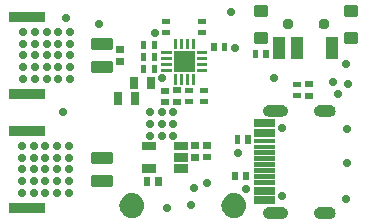
<source format=gbr>
%TF.GenerationSoftware,KiCad,Pcbnew,6.0.10-86aedd382b~118~ubuntu20.04.1*%
%TF.CreationDate,2023-02-01T15:49:50-08:00*%
%TF.ProjectId,CAD,4341442e-6b69-4636-9164-5f7063625858,rev?*%
%TF.SameCoordinates,Original*%
%TF.FileFunction,Soldermask,Top*%
%TF.FilePolarity,Negative*%
%FSLAX46Y46*%
G04 Gerber Fmt 4.6, Leading zero omitted, Abs format (unit mm)*
G04 Created by KiCad (PCBNEW 6.0.10-86aedd382b~118~ubuntu20.04.1) date 2023-02-01 15:49:50*
%MOMM*%
%LPD*%
G01*
G04 APERTURE LIST*
G04 Aperture macros list*
%AMRoundRect*
0 Rectangle with rounded corners*
0 $1 Rounding radius*
0 $2 $3 $4 $5 $6 $7 $8 $9 X,Y pos of 4 corners*
0 Add a 4 corners polygon primitive as box body*
4,1,4,$2,$3,$4,$5,$6,$7,$8,$9,$2,$3,0*
0 Add four circle primitives for the rounded corners*
1,1,$1+$1,$2,$3*
1,1,$1+$1,$4,$5*
1,1,$1+$1,$6,$7*
1,1,$1+$1,$8,$9*
0 Add four rect primitives between the rounded corners*
20,1,$1+$1,$2,$3,$4,$5,0*
20,1,$1+$1,$4,$5,$6,$7,0*
20,1,$1+$1,$6,$7,$8,$9,0*
20,1,$1+$1,$8,$9,$2,$3,0*%
G04 Aperture macros list end*
%ADD10RoundRect,0.051000X0.850000X-0.450000X0.850000X0.450000X-0.850000X0.450000X-0.850000X-0.450000X0*%
%ADD11RoundRect,0.051000X1.500000X-0.400000X1.500000X0.400000X-1.500000X0.400000X-1.500000X-0.400000X0*%
%ADD12C,0.951987*%
%ADD13RoundRect,0.051000X0.450000X0.900000X-0.450000X0.900000X-0.450000X-0.900000X0.450000X-0.900000X0*%
%ADD14RoundRect,0.051000X0.550000X0.464998X-0.550000X0.464998X-0.550000X-0.464998X0.550000X-0.464998X0*%
%ADD15C,0.712000*%
%ADD16C,0.702000*%
G04 APERTURE END LIST*
%TO.C,C2*%
G36*
X76550000Y-160552889D02*
G01*
X75850000Y-160552889D01*
X75850000Y-159995111D01*
X76550000Y-159995111D01*
X76550000Y-160552889D01*
G37*
G36*
X76550000Y-161550111D02*
G01*
X75850000Y-161550111D01*
X75850000Y-160992333D01*
X76550000Y-160992333D01*
X76550000Y-161550111D01*
G37*
%TO.C,*%
G36*
X70054845Y-164324175D02*
G01*
X70251818Y-164383926D01*
X70433349Y-164480957D01*
X70592462Y-164611538D01*
X70723043Y-164770651D01*
X70820074Y-164952182D01*
X70879825Y-165149155D01*
X70900000Y-165354000D01*
X70879825Y-165558845D01*
X70820074Y-165755818D01*
X70723043Y-165937349D01*
X70592462Y-166096462D01*
X70433349Y-166227043D01*
X70251818Y-166324074D01*
X70054845Y-166383825D01*
X69850000Y-166404000D01*
X69645155Y-166383825D01*
X69448182Y-166324074D01*
X69266651Y-166227043D01*
X69107538Y-166096462D01*
X68976957Y-165937349D01*
X68879926Y-165755818D01*
X68820175Y-165558845D01*
X68800000Y-165354000D01*
X68820175Y-165149155D01*
X68879926Y-164952182D01*
X68976957Y-164770651D01*
X69107538Y-164611538D01*
X69266651Y-164480957D01*
X69448182Y-164383926D01*
X69645155Y-164324175D01*
X69850000Y-164304000D01*
X70054845Y-164324175D01*
G37*
%TO.C,U8*%
G36*
X83164912Y-149598355D02*
G01*
X83244638Y-149622539D01*
X83318114Y-149661813D01*
X83382516Y-149714666D01*
X83435369Y-149779068D01*
X83474643Y-149852544D01*
X83498827Y-149932270D01*
X83506993Y-150015182D01*
X83498827Y-150098094D01*
X83474643Y-150177820D01*
X83435369Y-150251296D01*
X83382516Y-150315698D01*
X83318114Y-150368551D01*
X83244638Y-150407825D01*
X83164912Y-150432009D01*
X83082000Y-150440176D01*
X82999088Y-150432009D01*
X82919362Y-150407825D01*
X82845886Y-150368551D01*
X82781484Y-150315698D01*
X82728631Y-150251296D01*
X82689357Y-150177820D01*
X82665173Y-150098094D01*
X82657006Y-150015182D01*
X82665173Y-149932270D01*
X82689357Y-149852544D01*
X82728631Y-149779068D01*
X82781484Y-149714666D01*
X82845886Y-149661813D01*
X82919362Y-149622539D01*
X82999088Y-149598355D01*
X83082000Y-149590188D01*
X83164912Y-149598355D01*
G37*
G36*
X86164912Y-149598355D02*
G01*
X86244638Y-149622539D01*
X86318114Y-149661813D01*
X86382516Y-149714666D01*
X86435369Y-149779068D01*
X86474643Y-149852544D01*
X86498827Y-149932270D01*
X86506994Y-150015182D01*
X86498827Y-150098094D01*
X86474643Y-150177820D01*
X86435369Y-150251296D01*
X86382516Y-150315698D01*
X86318114Y-150368551D01*
X86244638Y-150407825D01*
X86164912Y-150432009D01*
X86082000Y-150440176D01*
X85999088Y-150432009D01*
X85919362Y-150407825D01*
X85845886Y-150368551D01*
X85781484Y-150315698D01*
X85728631Y-150251296D01*
X85689357Y-150177820D01*
X85665173Y-150098094D01*
X85657007Y-150015182D01*
X85665173Y-149932270D01*
X85689357Y-149852544D01*
X85728631Y-149779068D01*
X85781484Y-149714666D01*
X85845886Y-149661813D01*
X85919362Y-149622539D01*
X85999088Y-149598355D01*
X86082000Y-149590188D01*
X86164912Y-149598355D01*
G37*
%TO.C,R3*%
G36*
X73117000Y-150032277D02*
G01*
X72417000Y-150032277D01*
X72417000Y-149551999D01*
X73117000Y-149551999D01*
X73117000Y-150032277D01*
G37*
G36*
X73117000Y-150951999D02*
G01*
X72417000Y-150951999D01*
X72417000Y-150471721D01*
X73117000Y-150471721D01*
X73117000Y-150951999D01*
G37*
%TO.C,*%
G36*
X78690845Y-164324175D02*
G01*
X78887818Y-164383926D01*
X79069349Y-164480957D01*
X79228462Y-164611538D01*
X79359043Y-164770651D01*
X79456074Y-164952182D01*
X79515825Y-165149155D01*
X79536000Y-165354000D01*
X79515825Y-165558845D01*
X79456074Y-165755818D01*
X79359043Y-165937349D01*
X79228462Y-166096462D01*
X79069349Y-166227043D01*
X78887818Y-166324074D01*
X78690845Y-166383825D01*
X78486000Y-166404000D01*
X78281155Y-166383825D01*
X78084182Y-166324074D01*
X77902651Y-166227043D01*
X77743538Y-166096462D01*
X77612957Y-165937349D01*
X77515926Y-165755818D01*
X77456175Y-165558845D01*
X77436000Y-165354000D01*
X77456175Y-165149155D01*
X77515926Y-164952182D01*
X77612957Y-164770651D01*
X77743538Y-164611538D01*
X77902651Y-164480957D01*
X78084182Y-164383926D01*
X78281155Y-164324175D01*
X78486000Y-164304000D01*
X78690845Y-164324175D01*
G37*
%TO.C,R9*%
G36*
X78825078Y-163214800D02*
G01*
X78344800Y-163214800D01*
X78344800Y-162514800D01*
X78825078Y-162514800D01*
X78825078Y-163214800D01*
G37*
G36*
X79744800Y-163214800D02*
G01*
X79264522Y-163214800D01*
X79264522Y-162514800D01*
X79744800Y-162514800D01*
X79744800Y-163214800D01*
G37*
%TO.C,R5*%
G36*
X71081278Y-153141999D02*
G01*
X70601000Y-153141999D01*
X70601000Y-152441999D01*
X71081278Y-152441999D01*
X71081278Y-153141999D01*
G37*
G36*
X72001000Y-153141999D02*
G01*
X71520722Y-153141999D01*
X71520722Y-152441999D01*
X72001000Y-152441999D01*
X72001000Y-153141999D01*
G37*
%TO.C,D2*%
G36*
X71772000Y-155515800D02*
G01*
X71159868Y-155515800D01*
X71159868Y-154465800D01*
X71772000Y-154465800D01*
X71772000Y-155515800D01*
G37*
G36*
X70334132Y-155515800D02*
G01*
X69722000Y-155515800D01*
X69722000Y-154465800D01*
X70334132Y-154465800D01*
X70334132Y-155515800D01*
G37*
%TO.C,C4*%
G36*
X85186000Y-156312500D02*
G01*
X84486000Y-156312500D01*
X84486000Y-155794722D01*
X85186000Y-155794722D01*
X85186000Y-156312500D01*
G37*
G36*
X85186000Y-155355278D02*
G01*
X84486000Y-155355278D01*
X84486000Y-154837500D01*
X85186000Y-154837500D01*
X85186000Y-155355278D01*
G37*
%TO.C,R2*%
G36*
X71081278Y-154157999D02*
G01*
X70601000Y-154157999D01*
X70601000Y-153457999D01*
X71081278Y-153457999D01*
X71081278Y-154157999D01*
G37*
G36*
X72001000Y-154157999D02*
G01*
X71520722Y-154157999D01*
X71520722Y-153457999D01*
X72001000Y-153457999D01*
X72001000Y-154157999D01*
G37*
%TO.C,C6*%
G36*
X71408278Y-163672000D02*
G01*
X70890500Y-163672000D01*
X70890500Y-162972000D01*
X71408278Y-162972000D01*
X71408278Y-163672000D01*
G37*
G36*
X72365500Y-163672000D02*
G01*
X71847722Y-163672000D01*
X71847722Y-162972000D01*
X72365500Y-162972000D01*
X72365500Y-163672000D01*
G37*
%TO.C,R8*%
G36*
X77936000Y-152270000D02*
G01*
X77455722Y-152270000D01*
X77455722Y-151570000D01*
X77936000Y-151570000D01*
X77936000Y-152270000D01*
G37*
G36*
X77016278Y-152270000D02*
G01*
X76536000Y-152270000D01*
X76536000Y-151570000D01*
X77016278Y-151570000D01*
X77016278Y-152270000D01*
G37*
%TO.C,C1*%
G36*
X75534000Y-160562278D02*
G01*
X74834000Y-160562278D01*
X74834000Y-160004500D01*
X75534000Y-160004500D01*
X75534000Y-160562278D01*
G37*
G36*
X75534000Y-161559500D02*
G01*
X74834000Y-161559500D01*
X74834000Y-161001722D01*
X75534000Y-161001722D01*
X75534000Y-161559500D01*
G37*
%TO.C,R10*%
G36*
X79028278Y-160116000D02*
G01*
X78548000Y-160116000D01*
X78548000Y-159416000D01*
X79028278Y-159416000D01*
X79028278Y-160116000D01*
G37*
G36*
X79948000Y-160116000D02*
G01*
X79467722Y-160116000D01*
X79467722Y-159416000D01*
X79948000Y-159416000D01*
X79948000Y-160116000D01*
G37*
%TO.C,U1*%
G36*
X74671000Y-152136000D02*
G01*
X74411000Y-152136000D01*
X74411000Y-151236000D01*
X74671000Y-151236000D01*
X74671000Y-152136000D01*
G37*
G36*
X73241000Y-152566000D02*
G01*
X72341000Y-152566000D01*
X72341000Y-152306000D01*
X73241000Y-152306000D01*
X73241000Y-152566000D01*
G37*
G36*
X76241000Y-152566000D02*
G01*
X75341000Y-152566000D01*
X75341000Y-152306000D01*
X76241000Y-152306000D01*
X76241000Y-152566000D01*
G37*
G36*
X73241000Y-154066000D02*
G01*
X72341000Y-154066000D01*
X72341000Y-153806000D01*
X73241000Y-153806000D01*
X73241000Y-154066000D01*
G37*
G36*
X75181000Y-154076000D02*
G01*
X73401000Y-154076000D01*
X73401000Y-152296000D01*
X75181000Y-152296000D01*
X75181000Y-154076000D01*
G37*
G36*
X73671000Y-155136000D02*
G01*
X73411000Y-155136000D01*
X73411000Y-154236000D01*
X73671000Y-154236000D01*
X73671000Y-155136000D01*
G37*
G36*
X74171000Y-155136000D02*
G01*
X73911000Y-155136000D01*
X73911000Y-154236000D01*
X74171000Y-154236000D01*
X74171000Y-155136000D01*
G37*
G36*
X73671000Y-152136000D02*
G01*
X73411000Y-152136000D01*
X73411000Y-151236000D01*
X73671000Y-151236000D01*
X73671000Y-152136000D01*
G37*
G36*
X74171000Y-152136000D02*
G01*
X73911000Y-152136000D01*
X73911000Y-151236000D01*
X74171000Y-151236000D01*
X74171000Y-152136000D01*
G37*
G36*
X76241000Y-154066000D02*
G01*
X75341000Y-154066000D01*
X75341000Y-153806000D01*
X76241000Y-153806000D01*
X76241000Y-154066000D01*
G37*
G36*
X75171000Y-155136000D02*
G01*
X74911000Y-155136000D01*
X74911000Y-154236000D01*
X75171000Y-154236000D01*
X75171000Y-155136000D01*
G37*
G36*
X73241000Y-153066000D02*
G01*
X72341000Y-153066000D01*
X72341000Y-152806000D01*
X73241000Y-152806000D01*
X73241000Y-153066000D01*
G37*
G36*
X74671000Y-155136000D02*
G01*
X74411000Y-155136000D01*
X74411000Y-154236000D01*
X74671000Y-154236000D01*
X74671000Y-155136000D01*
G37*
G36*
X75171000Y-152136000D02*
G01*
X74911000Y-152136000D01*
X74911000Y-151236000D01*
X75171000Y-151236000D01*
X75171000Y-152136000D01*
G37*
G36*
X76241000Y-153566000D02*
G01*
X75341000Y-153566000D01*
X75341000Y-153306000D01*
X76241000Y-153306000D01*
X76241000Y-153566000D01*
G37*
G36*
X76241000Y-153066000D02*
G01*
X75341000Y-153066000D01*
X75341000Y-152806000D01*
X76241000Y-152806000D01*
X76241000Y-153066000D01*
G37*
G36*
X73241000Y-153566000D02*
G01*
X72341000Y-153566000D01*
X72341000Y-153306000D01*
X73241000Y-153306000D01*
X73241000Y-153566000D01*
G37*
%TO.C,U2*%
G36*
X71869000Y-162590000D02*
G01*
X70719000Y-162590000D01*
X70719000Y-161890000D01*
X71869000Y-161890000D01*
X71869000Y-162590000D01*
G37*
G36*
X74569000Y-160690000D02*
G01*
X73419000Y-160690000D01*
X73419000Y-159990000D01*
X74569000Y-159990000D01*
X74569000Y-160690000D01*
G37*
G36*
X74569000Y-161640000D02*
G01*
X73419000Y-161640000D01*
X73419000Y-160940000D01*
X74569000Y-160940000D01*
X74569000Y-161640000D01*
G37*
G36*
X74569000Y-162590000D02*
G01*
X73419000Y-162590000D01*
X73419000Y-161890000D01*
X74569000Y-161890000D01*
X74569000Y-162590000D01*
G37*
G36*
X71869000Y-160690000D02*
G01*
X70719000Y-160690000D01*
X70719000Y-159990000D01*
X71869000Y-159990000D01*
X71869000Y-160690000D01*
G37*
%TO.C,C5*%
G36*
X74006000Y-155874277D02*
G01*
X73306000Y-155874277D01*
X73306000Y-155356499D01*
X74006000Y-155356499D01*
X74006000Y-155874277D01*
G37*
G36*
X74006000Y-156831499D02*
G01*
X73306000Y-156831499D01*
X73306000Y-156313721D01*
X74006000Y-156313721D01*
X74006000Y-156831499D01*
G37*
%TO.C,R6*%
G36*
X71081278Y-152125999D02*
G01*
X70601000Y-152125999D01*
X70601000Y-151425999D01*
X71081278Y-151425999D01*
X71081278Y-152125999D01*
G37*
G36*
X72001000Y-152125999D02*
G01*
X71520722Y-152125999D01*
X71520722Y-151425999D01*
X72001000Y-151425999D01*
X72001000Y-152125999D01*
G37*
%TO.C,R4*%
G36*
X76165000Y-150951999D02*
G01*
X75465000Y-150951999D01*
X75465000Y-150471721D01*
X76165000Y-150471721D01*
X76165000Y-150951999D01*
G37*
G36*
X76165000Y-150032277D02*
G01*
X75465000Y-150032277D01*
X75465000Y-149551999D01*
X76165000Y-149551999D01*
X76165000Y-150032277D01*
G37*
%TO.C,R12*%
G36*
X81472000Y-152877000D02*
G01*
X80991722Y-152877000D01*
X80991722Y-152177000D01*
X81472000Y-152177000D01*
X81472000Y-152877000D01*
G37*
G36*
X80552278Y-152877000D02*
G01*
X80072000Y-152877000D01*
X80072000Y-152177000D01*
X80552278Y-152177000D01*
X80552278Y-152877000D01*
G37*
%TO.C,R1*%
G36*
X72990000Y-156842138D02*
G01*
X72290000Y-156842138D01*
X72290000Y-156361860D01*
X72990000Y-156361860D01*
X72990000Y-156842138D01*
G37*
G36*
X72990000Y-155922416D02*
G01*
X72290000Y-155922416D01*
X72290000Y-155442138D01*
X72990000Y-155442138D01*
X72990000Y-155922416D01*
G37*
%TO.C,R11*%
G36*
X84170000Y-156275000D02*
G01*
X83470000Y-156275000D01*
X83470000Y-155794722D01*
X84170000Y-155794722D01*
X84170000Y-156275000D01*
G37*
G36*
X84170000Y-155355278D02*
G01*
X83470000Y-155355278D01*
X83470000Y-154875000D01*
X84170000Y-154875000D01*
X84170000Y-155355278D01*
G37*
%TO.C,J1*%
G36*
X81967000Y-164454500D02*
G01*
X80227000Y-164454500D01*
X80227000Y-163754500D01*
X81967000Y-163754500D01*
X81967000Y-164454500D01*
G37*
G36*
X81967000Y-162604500D02*
G01*
X80227000Y-162604500D01*
X80227000Y-162204500D01*
X81967000Y-162204500D01*
X81967000Y-162604500D01*
G37*
G36*
X82660545Y-165484107D02*
G01*
X82754342Y-165512560D01*
X82840785Y-165558765D01*
X82916553Y-165620947D01*
X82978735Y-165696715D01*
X83024940Y-165783158D01*
X83053393Y-165876955D01*
X83063000Y-165974500D01*
X83053393Y-166072045D01*
X83024940Y-166165842D01*
X82978735Y-166252285D01*
X82916553Y-166328053D01*
X82840785Y-166390235D01*
X82754342Y-166436440D01*
X82660545Y-166464893D01*
X82563000Y-166474500D01*
X81463000Y-166474500D01*
X81365455Y-166464893D01*
X81271658Y-166436440D01*
X81185215Y-166390235D01*
X81109447Y-166328053D01*
X81047265Y-166252285D01*
X81001060Y-166165842D01*
X80972607Y-166072045D01*
X80963000Y-165974500D01*
X80972607Y-165876955D01*
X81001060Y-165783158D01*
X81047265Y-165696715D01*
X81109447Y-165620947D01*
X81185215Y-165558765D01*
X81271658Y-165512560D01*
X81365455Y-165484107D01*
X81463000Y-165474500D01*
X82563000Y-165474500D01*
X82660545Y-165484107D01*
G37*
G36*
X81967000Y-161604500D02*
G01*
X80227000Y-161604500D01*
X80227000Y-161204500D01*
X81967000Y-161204500D01*
X81967000Y-161604500D01*
G37*
G36*
X81967000Y-165254500D02*
G01*
X80227000Y-165254500D01*
X80227000Y-164554500D01*
X81967000Y-164554500D01*
X81967000Y-165254500D01*
G37*
G36*
X81967000Y-162104500D02*
G01*
X80227000Y-162104500D01*
X80227000Y-161704500D01*
X81967000Y-161704500D01*
X81967000Y-162104500D01*
G37*
G36*
X81967000Y-160604500D02*
G01*
X80227000Y-160604500D01*
X80227000Y-160204500D01*
X81967000Y-160204500D01*
X81967000Y-160604500D01*
G37*
G36*
X86690545Y-165484107D02*
G01*
X86784342Y-165512560D01*
X86870785Y-165558765D01*
X86946553Y-165620947D01*
X87008735Y-165696715D01*
X87054940Y-165783158D01*
X87083393Y-165876955D01*
X87093000Y-165974500D01*
X87083393Y-166072045D01*
X87054940Y-166165842D01*
X87008735Y-166252285D01*
X86946553Y-166328053D01*
X86870785Y-166390235D01*
X86784342Y-166436440D01*
X86690545Y-166464893D01*
X86593000Y-166474500D01*
X85793000Y-166474500D01*
X85695455Y-166464893D01*
X85601658Y-166436440D01*
X85515215Y-166390235D01*
X85439447Y-166328053D01*
X85377265Y-166252285D01*
X85331060Y-166165842D01*
X85302607Y-166072045D01*
X85293000Y-165974500D01*
X85302607Y-165876955D01*
X85331060Y-165783158D01*
X85377265Y-165696715D01*
X85439447Y-165620947D01*
X85515215Y-165558765D01*
X85601658Y-165512560D01*
X85695455Y-165484107D01*
X85793000Y-165474500D01*
X86593000Y-165474500D01*
X86690545Y-165484107D01*
G37*
G36*
X81967000Y-160104500D02*
G01*
X80227000Y-160104500D01*
X80227000Y-159704500D01*
X81967000Y-159704500D01*
X81967000Y-160104500D01*
G37*
G36*
X81967000Y-159554500D02*
G01*
X80227000Y-159554500D01*
X80227000Y-158854500D01*
X81967000Y-158854500D01*
X81967000Y-159554500D01*
G37*
G36*
X81967000Y-163104500D02*
G01*
X80227000Y-163104500D01*
X80227000Y-162704500D01*
X81967000Y-162704500D01*
X81967000Y-163104500D01*
G37*
G36*
X82660545Y-156844107D02*
G01*
X82754342Y-156872560D01*
X82840785Y-156918765D01*
X82916553Y-156980947D01*
X82978735Y-157056715D01*
X83024940Y-157143158D01*
X83053393Y-157236955D01*
X83063000Y-157334500D01*
X83053393Y-157432045D01*
X83024940Y-157525842D01*
X82978735Y-157612285D01*
X82916553Y-157688053D01*
X82840785Y-157750235D01*
X82754342Y-157796440D01*
X82660545Y-157824893D01*
X82563000Y-157834500D01*
X81463000Y-157834500D01*
X81365455Y-157824893D01*
X81271658Y-157796440D01*
X81185215Y-157750235D01*
X81109447Y-157688053D01*
X81047265Y-157612285D01*
X81001060Y-157525842D01*
X80972607Y-157432045D01*
X80963000Y-157334500D01*
X80972607Y-157236955D01*
X81001060Y-157143158D01*
X81047265Y-157056715D01*
X81109447Y-156980947D01*
X81185215Y-156918765D01*
X81271658Y-156872560D01*
X81365455Y-156844107D01*
X81463000Y-156834500D01*
X82563000Y-156834500D01*
X82660545Y-156844107D01*
G37*
G36*
X81967000Y-163604500D02*
G01*
X80227000Y-163604500D01*
X80227000Y-163204500D01*
X81967000Y-163204500D01*
X81967000Y-163604500D01*
G37*
G36*
X81967000Y-158754500D02*
G01*
X80227000Y-158754500D01*
X80227000Y-158054500D01*
X81967000Y-158054500D01*
X81967000Y-158754500D01*
G37*
G36*
X81967000Y-161104500D02*
G01*
X80227000Y-161104500D01*
X80227000Y-160704500D01*
X81967000Y-160704500D01*
X81967000Y-161104500D01*
G37*
G36*
X86690545Y-156844107D02*
G01*
X86784342Y-156872560D01*
X86870785Y-156918765D01*
X86946553Y-156980947D01*
X87008735Y-157056715D01*
X87054940Y-157143158D01*
X87083393Y-157236955D01*
X87093000Y-157334500D01*
X87083393Y-157432045D01*
X87054940Y-157525842D01*
X87008735Y-157612285D01*
X86946553Y-157688053D01*
X86870785Y-157750235D01*
X86784342Y-157796440D01*
X86690545Y-157824893D01*
X86593000Y-157834500D01*
X85793000Y-157834500D01*
X85695455Y-157824893D01*
X85601658Y-157796440D01*
X85515215Y-157750235D01*
X85439447Y-157688053D01*
X85377265Y-157612285D01*
X85331060Y-157525842D01*
X85302607Y-157432045D01*
X85293000Y-157334500D01*
X85302607Y-157236955D01*
X85331060Y-157143158D01*
X85377265Y-157056715D01*
X85439447Y-156980947D01*
X85515215Y-156918765D01*
X85601658Y-156872560D01*
X85695455Y-156844107D01*
X85793000Y-156834500D01*
X86593000Y-156834500D01*
X86690545Y-156844107D01*
G37*
%TO.C,C3*%
G36*
X69184000Y-152434278D02*
G01*
X68484000Y-152434278D01*
X68484000Y-151876500D01*
X69184000Y-151876500D01*
X69184000Y-152434278D01*
G37*
G36*
X69184000Y-153431500D02*
G01*
X68484000Y-153431500D01*
X68484000Y-152873722D01*
X69184000Y-152873722D01*
X69184000Y-153431500D01*
G37*
%TO.C,R13*%
G36*
X75022000Y-155874277D02*
G01*
X74322000Y-155874277D01*
X74322000Y-155393999D01*
X75022000Y-155393999D01*
X75022000Y-155874277D01*
G37*
G36*
X75022000Y-156793999D02*
G01*
X74322000Y-156793999D01*
X74322000Y-156313721D01*
X75022000Y-156313721D01*
X75022000Y-156793999D01*
G37*
%TO.C,R7*%
G36*
X76296000Y-155863278D02*
G01*
X75596000Y-155863278D01*
X75596000Y-155383000D01*
X76296000Y-155383000D01*
X76296000Y-155863278D01*
G37*
G36*
X76296000Y-156783000D02*
G01*
X75596000Y-156783000D01*
X75596000Y-156302722D01*
X76296000Y-156302722D01*
X76296000Y-156783000D01*
G37*
%TO.C,D1*%
G36*
X70417800Y-156836600D02*
G01*
X69805668Y-156836600D01*
X69805668Y-155786600D01*
X70417800Y-155786600D01*
X70417800Y-156836600D01*
G37*
G36*
X68979932Y-156836600D02*
G01*
X68367800Y-156836600D01*
X68367800Y-155786600D01*
X68979932Y-155786600D01*
X68979932Y-156836600D01*
G37*
%TD*%
D10*
%TO.C,U9*%
X67325095Y-161305873D03*
X67325095Y-163305873D03*
D11*
X60975083Y-165555809D03*
X60975083Y-159055936D03*
%TD*%
D12*
%TO.C,U8*%
X83082000Y-150015182D03*
X86082000Y-150015182D03*
D13*
X86832064Y-152046932D03*
X83832064Y-152046932D03*
X82332191Y-152046932D03*
D14*
X80782025Y-151150056D03*
X80782025Y-148880054D03*
X88381975Y-148880054D03*
X88381975Y-151150056D03*
%TD*%
D10*
%TO.C,U5*%
X67325095Y-151653873D03*
X67325095Y-153653873D03*
D11*
X60975083Y-155903809D03*
X60975083Y-149403936D03*
%TD*%
D15*
%TO.C,J1*%
X82543000Y-164544500D03*
X82543000Y-158764500D03*
%TD*%
D16*
X61523936Y-160298063D03*
X62523936Y-160298063D03*
X63523936Y-164298063D03*
X87274400Y-155956000D03*
X61523936Y-162298063D03*
X64627000Y-153654000D03*
X60627000Y-152654000D03*
X60523936Y-161298063D03*
X64523936Y-161298063D03*
X61627000Y-151654000D03*
X73374000Y-159480000D03*
X62523936Y-162298063D03*
X72374000Y-159480000D03*
X76200000Y-163474400D03*
X64627000Y-152654000D03*
X73787000Y-152654000D03*
X72390000Y-154559000D03*
X63523936Y-162298063D03*
X88087200Y-158851600D03*
X71374000Y-157480000D03*
X78867000Y-160909000D03*
X60523936Y-164298063D03*
X64523936Y-164298063D03*
X62523936Y-161298063D03*
X62627000Y-150654000D03*
X74879200Y-165303200D03*
X71374000Y-159480000D03*
X64627000Y-150654000D03*
X72374000Y-157480000D03*
X60627000Y-153654000D03*
X74803000Y-152654000D03*
X72374000Y-158480000D03*
X79502000Y-163931600D03*
X60627000Y-150654000D03*
X64008000Y-157480000D03*
X63627000Y-150654000D03*
X61523936Y-163298063D03*
X61523936Y-164298063D03*
X61627000Y-154654000D03*
X88011000Y-153416000D03*
X60627000Y-151654000D03*
X64523936Y-160298063D03*
X63523936Y-163298063D03*
X73797000Y-153680000D03*
X88087200Y-161747200D03*
X63627000Y-152654000D03*
X87985600Y-164795200D03*
X67056000Y-149987000D03*
X88138000Y-155092400D03*
X63627000Y-154654000D03*
X71807969Y-150751169D03*
X60523936Y-162298063D03*
X73374000Y-157480000D03*
X62627000Y-151654000D03*
X60523936Y-160298063D03*
X61627000Y-153654000D03*
X60627000Y-154654000D03*
X63523936Y-160298063D03*
X62627000Y-154654000D03*
X62523936Y-164298063D03*
X74803000Y-153670000D03*
X61627000Y-152654000D03*
X61627000Y-150654000D03*
X62627000Y-152654000D03*
X71374000Y-158480000D03*
X73374000Y-158480000D03*
X62627000Y-153654000D03*
X61523936Y-161298063D03*
X64312800Y-149504400D03*
X75133200Y-163880800D03*
X64627000Y-154654000D03*
X64523936Y-163298063D03*
X63627000Y-153654000D03*
X86868000Y-154940000D03*
X62523936Y-163298063D03*
X78613000Y-152019000D03*
X63523936Y-161298063D03*
X63627000Y-151654000D03*
X64523936Y-162298063D03*
X72847200Y-165557200D03*
X78282800Y-148945600D03*
X64627000Y-151654000D03*
X60523936Y-163298063D03*
X81915000Y-154559000D03*
M02*

</source>
